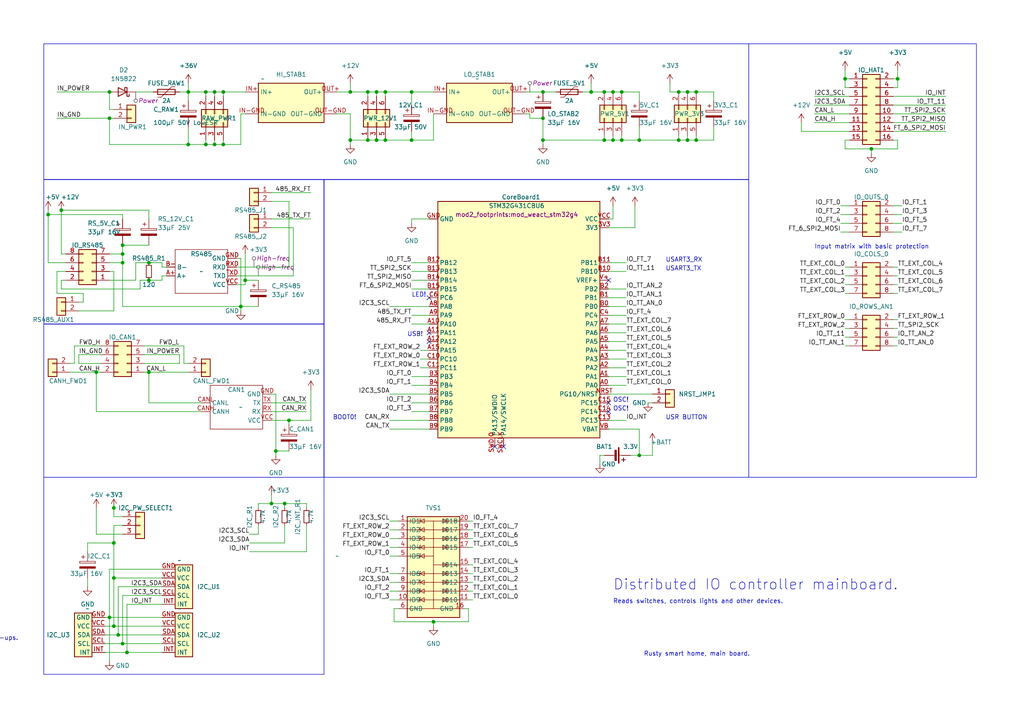
<source format=kicad_sch>
(kicad_sch (version 20231120) (generator "eeschema") (generator_version "8.0")
  (paper "A4")
  (junction (at 78.74 146.05))
  (junction (at 83.82 121.92))
  (junction (at 245.11 22.86))
  (junction (at 177.8 40.64))
  (junction (at 33.02 157.48))
  (junction (at 34.29 184.15))
  (junction (at 33.02 147.32))
  (junction (at 199.39 26.67))
  (junction (at 201.93 40.64))
  (junction (at 180.34 26.67))
  (junction (at 43.18 76.2))
  (junction (at 17.78 60.96))
  (junction (at 35.56 76.2))
  (junction (at 80.01 130.81))
  (junction (at 119.38 40.64))
  (junction (at 43.18 107.95))
  (junction (at 252.73 43.18))
  (junction (at 157.48 34.29))
  (junction (at 59.69 41.91))
  (junction (at 33.02 181.61))
  (junction (at 35.56 71.12))
  (junction (at 111.76 40.64))
  (junction (at 175.26 26.67))
  (junction (at 171.45 26.67))
  (junction (at 199.39 40.64))
  (junction (at 109.22 26.67))
  (junction (at 36.83 189.23))
  (junction (at 196.85 40.64))
  (junction (at 35.56 73.66))
  (junction (at 64.77 26.67))
  (junction (at 111.76 26.67))
  (junction (at 13.97 62.23))
  (junction (at 125.73 180.34))
  (junction (at 175.26 40.64))
  (junction (at 54.61 26.67))
  (junction (at 106.68 26.67))
  (junction (at 27.94 107.95))
  (junction (at 177.8 26.67))
  (junction (at 101.6 26.67))
  (junction (at 71.12 81.28))
  (junction (at 82.55 146.05))
  (junction (at 157.48 40.64))
  (junction (at 69.85 88.9))
  (junction (at 31.75 34.29))
  (junction (at 106.68 40.64))
  (junction (at 196.85 26.67))
  (junction (at 157.48 26.67))
  (junction (at 31.75 179.07))
  (junction (at 180.34 40.64))
  (junction (at 43.18 81.28))
  (junction (at 260.35 22.86))
  (junction (at 185.42 132.08))
  (junction (at 101.6 40.64))
  (junction (at 54.61 41.91))
  (junction (at 31.75 26.67))
  (junction (at 185.42 40.64))
  (junction (at 64.77 41.91))
  (junction (at 59.69 26.67))
  (junction (at 109.22 40.64))
  (junction (at 201.93 26.67))
  (junction (at 33.02 167.64))
  (junction (at 62.23 41.91))
  (junction (at 62.23 26.67))
  (junction (at 35.56 186.69))
  (junction (at 119.38 26.67))
  (no_connect (at 176.53 116.84))
  (no_connect (at 124.46 86.36))
  (no_connect (at 143.51 129.54))
  (no_connect (at 176.53 119.38))
  (no_connect (at 124.46 96.52))
  (no_connect (at 124.46 99.06))
  (no_connect (at 146.05 129.54))
  (no_connect (at 176.53 81.28))
  (no_connect (at 93.98 -22.86))
  (wire (pts (xy 259.08 40.64) (xy 260.35 40.64)))
  (wire (pts (xy 245.11 100.33) (xy 246.38 100.33)))
  (wire (pts (xy 176.53 93.98) (xy 181.61 93.98)))
  (wire (pts (xy 260.35 22.86) (xy 259.08 22.86)))
  (wire (pts (xy 17.78 60.96) (xy 17.78 73.66)))
  (wire (pts (xy 13.97 60.96) (xy 13.97 62.23)))
  (wire (pts (xy 113.03 171.45) (xy 115.57 171.45)))
  (wire (pts (xy 22.86 102.87) (xy 29.21 102.87)))
  (wire (pts (xy 259.08 100.33) (xy 260.35 100.33)))
  (wire (pts (xy 259.08 35.56) (xy 274.32 35.56)))
  (wire (pts (xy 54.61 26.67) (xy 59.69 26.67)))
  (wire (pts (xy 16.51 34.29) (xy 31.75 34.29)))
  (wire (pts (xy 35.56 152.4) (xy 33.02 152.4)))
  (wire (pts (xy 199.39 40.64) (xy 199.39 39.37)))
  (wire (pts (xy 182.88 132.08) (xy 185.42 132.08)))
  (wire (pts (xy 176.53 104.14) (xy 181.61 104.14)))
  (wire (pts (xy 157.48 41.91) (xy 157.48 40.64)))
  (wire (pts (xy 39.37 76.2) (xy 43.18 76.2)))
  (wire (pts (xy 119.38 30.48) (xy 119.38 26.67)))
  (wire (pts (xy 137.16 168.91) (xy 135.89 168.91)))
  (wire (pts (xy 113.03 114.3) (xy 124.46 114.3)))
  (wire (pts (xy 80.01 114.3) (xy 80.01 130.81)))
  (wire (pts (xy 80.01 130.81) (xy 83.82 130.81)))
  (wire (pts (xy 35.56 88.9) (xy 69.85 88.9)))
  (wire (pts (xy 33.02 34.29) (xy 31.75 34.29)))
  (wire (pts (xy 184.15 59.69) (xy 184.15 66.04)))
  (wire (pts (xy 113.03 153.67) (xy 115.57 153.67)))
  (wire (pts (xy 27.94 147.32) (xy 27.94 154.94)))
  (wire (pts (xy 17.78 83.82) (xy 17.78 81.28)))
  (wire (pts (xy 245.11 20.32) (xy 245.11 22.86)))
  (wire (pts (xy 54.61 105.41) (xy 53.34 105.41)))
  (wire (pts (xy 40.64 81.28) (xy 43.18 81.28)))
  (wire (pts (xy 260.35 43.18) (xy 252.73 43.18)))
  (wire (pts (xy 88.9 152.4) (xy 88.9 160.02)))
  (wire (pts (xy 13.97 62.23) (xy 35.56 62.23)))
  (wire (pts (xy 232.41 38.1) (xy 246.38 38.1)))
  (wire (pts (xy 27.94 119.38) (xy 58.42 119.38)))
  (wire (pts (xy 119.38 26.67) (xy 111.76 26.67)))
  (wire (pts (xy 125.73 33.02) (xy 125.73 40.64)))
  (wire (pts (xy 176.53 83.82) (xy 181.61 83.82)))
  (wire (pts (xy 78.74 66.04) (xy 85.09 66.04)))
  (wire (pts (xy 109.22 40.64) (xy 111.76 40.64)))
  (wire (pts (xy 176.53 99.06) (xy 181.61 99.06)))
  (wire (pts (xy 54.61 26.67) (xy 54.61 29.21)))
  (wire (pts (xy 246.38 40.64) (xy 245.11 40.64)))
  (wire (pts (xy 31.75 165.1) (xy 31.75 179.07)))
  (wire (pts (xy 176.53 111.76) (xy 181.61 111.76)))
  (wire (pts (xy 69.85 74.93) (xy 69.85 88.9)))
  (wire (pts (xy 246.38 77.47) (xy 245.11 77.47)))
  (wire (pts (xy 180.34 26.67) (xy 185.42 26.67)))
  (wire (pts (xy 62.23 40.64) (xy 62.23 41.91)))
  (wire (pts (xy 40.64 83.82) (xy 17.78 83.82)))
  (wire (pts (xy 259.08 64.77) (xy 261.62 64.77)))
  (wire (pts (xy 185.42 40.64) (xy 185.42 36.83)))
  (wire (pts (xy 43.18 81.28) (xy 46.99 81.28)))
  (wire (pts (xy 31.75 179.07) (xy 46.99 179.07)))
  (wire (pts (xy 177.8 63.5) (xy 176.53 63.5)))
  (wire (pts (xy 260.35 40.64) (xy 260.35 43.18)))
  (wire (pts (xy 157.48 40.64) (xy 157.48 34.29)))
  (wire (pts (xy 82.55 146.05) (xy 78.74 146.05)))
  (wire (pts (xy 113.03 151.13) (xy 115.57 151.13)))
  (wire (pts (xy 78.74 119.38) (xy 88.9 119.38)))
  (wire (pts (xy 236.22 27.94) (xy 246.38 27.94)))
  (wire (pts (xy 245.11 43.18) (xy 252.73 43.18)))
  (wire (pts (xy 176.53 91.44) (xy 181.61 91.44)))
  (wire (pts (xy 59.69 40.64) (xy 59.69 41.91)))
  (wire (pts (xy 201.93 40.64) (xy 201.93 39.37)))
  (wire (pts (xy 69.85 88.9) (xy 74.93 88.9)))
  (wire (pts (xy 189.23 132.08) (xy 189.23 128.27)))
  (wire (pts (xy 54.61 36.83) (xy 54.61 41.91)))
  (wire (pts (xy 33.02 167.64) (xy 46.99 167.64)))
  (wire (pts (xy 33.02 147.32) (xy 33.02 149.86)))
  (wire (pts (xy 21.59 105.41) (xy 20.32 105.41)))
  (wire (pts (xy 176.53 101.6) (xy 181.61 101.6)))
  (wire (pts (xy 246.38 25.4) (xy 245.11 25.4)))
  (wire (pts (xy 62.23 41.91) (xy 59.69 41.91)))
  (wire (pts (xy 176.53 114.3) (xy 189.23 114.3)))
  (wire (pts (xy 78.74 55.88) (xy 90.17 55.88)))
  (wire (pts (xy 82.55 157.48) (xy 72.39 157.48)))
  (wire (pts (xy 31.75 26.67) (xy 31.75 31.75)))
  (wire (pts (xy 30.48 184.15) (xy 34.29 184.15)))
  (wire (pts (xy 78.74 121.92) (xy 83.82 121.92)))
  (wire (pts (xy 19.05 78.74) (xy 16.51 78.74)))
  (wire (pts (xy 74.93 147.32) (xy 74.93 146.05)))
  (wire (pts (xy 101.6 26.67) (xy 106.68 26.67)))
  (wire (pts (xy 35.56 71.12) (xy 43.18 71.12)))
  (wire (pts (xy 137.16 163.83) (xy 135.89 163.83)))
  (wire (pts (xy 53.34 100.33) (xy 53.34 105.41)))
  (wire (pts (xy 72.39 160.02) (xy 88.9 160.02)))
  (wire (pts (xy 83.82 121.92) (xy 83.82 123.19)))
  (wire (pts (xy 194.31 24.13) (xy 194.31 26.67)))
  (wire (pts (xy 177.8 26.67) (xy 180.34 26.67)))
  (wire (pts (xy 83.82 121.92) (xy 90.17 121.92)))
  (wire (pts (xy 114.3 180.34) (xy 125.73 180.34)))
  (wire (pts (xy 135.89 153.67) (xy 137.16 153.67)))
  (wire (pts (xy 30.48 186.69) (xy 35.56 186.69)))
  (wire (pts (xy 74.93 146.05) (xy 78.74 146.05)))
  (wire (pts (xy 236.22 35.56) (xy 246.38 35.56)))
  (wire (pts (xy 113.03 173.99) (xy 115.57 173.99)))
  (wire (pts (xy 46.99 81.28) (xy 46.99 80.01)))
  (wire (pts (xy 259.08 82.55) (xy 260.35 82.55)))
  (wire (pts (xy 31.75 179.07) (xy 31.75 191.77)))
  (wire (pts (xy 82.55 152.4) (xy 82.55 157.48)))
  (wire (pts (xy 59.69 26.67) (xy 59.69 27.94)))
  (wire (pts (xy 119.38 63.5) (xy 119.38 64.77)))
  (wire (pts (xy 24.13 85.09) (xy 24.13 87.63)))
  (wire (pts (xy 21.59 100.33) (xy 29.21 100.33)))
  (wire (pts (xy 185.42 132.08) (xy 189.23 132.08)))
  (wire (pts (xy 153.67 34.29) (xy 153.67 33.02)))
  (wire (pts (xy 184.15 66.04) (xy 176.53 66.04)))
  (wire (pts (xy 17.78 81.28) (xy 19.05 81.28)))
  (wire (pts (xy 259.08 85.09) (xy 260.35 85.09)))
  (wire (pts (xy 245.11 92.71) (xy 246.38 92.71)))
  (wire (pts (xy 97.79 26.67) (xy 101.6 26.67)))
  (wire (pts (xy 35.56 73.66) (xy 35.56 76.2)))
  (wire (pts (xy 121.92 104.14) (xy 124.46 104.14)))
  (wire (pts (xy 137.16 173.99) (xy 135.89 173.99)))
  (wire (pts (xy 31.75 73.66) (xy 35.56 73.66)))
  (wire (pts (xy 245.11 25.4) (xy 245.11 22.86)))
  (wire (pts (xy 207.01 40.64) (xy 207.01 36.83)))
  (wire (pts (xy 119.38 40.64) (xy 125.73 40.64)))
  (wire (pts (xy 39.37 26.67) (xy 44.45 26.67)))
  (wire (pts (xy 243.84 67.31) (xy 246.38 67.31)))
  (wire (pts (xy 260.35 22.86) (xy 260.35 20.32)))
  (wire (pts (xy 119.38 76.2) (xy 124.46 76.2)))
  (wire (pts (xy 177.8 40.64) (xy 177.8 39.37)))
  (wire (pts (xy 259.08 33.02) (xy 274.32 33.02)))
  (wire (pts (xy 113.03 124.46) (xy 124.46 124.46)))
  (wire (pts (xy 36.83 175.26) (xy 46.99 175.26)))
  (wire (pts (xy 78.74 63.5) (xy 90.17 63.5)))
  (wire (pts (xy 33.02 78.74) (xy 33.02 90.17)))
  (wire (pts (xy 52.07 102.87) (xy 41.91 102.87)))
  (wire (pts (xy 43.18 107.95) (xy 54.61 107.95)))
  (wire (pts (xy 245.11 97.79) (xy 246.38 97.79)))
  (wire (pts (xy 259.08 38.1) (xy 274.32 38.1)))
  (wire (pts (xy 16.51 26.67) (xy 31.75 26.67)))
  (wire (pts (xy 53.34 100.33) (xy 41.91 100.33)))
  (wire (pts (xy 35.56 71.12) (xy 35.56 73.66)))
  (wire (pts (xy 46.99 165.1) (xy 31.75 165.1)))
  (wire (pts (xy 119.38 109.22) (xy 124.46 109.22)))
  (wire (pts (xy 115.57 176.53) (xy 114.3 176.53)))
  (wire (pts (xy 243.84 59.69) (xy 246.38 59.69)))
  (wire (pts (xy 176.53 121.92) (xy 181.61 121.92)))
  (wire (pts (xy 31.75 81.28) (xy 39.37 81.28)))
  (wire (pts (xy 113.03 161.29) (xy 115.57 161.29)))
  (wire (pts (xy 119.38 83.82) (xy 124.46 83.82)))
  (wire (pts (xy 152.4 33.02) (xy 153.67 33.02)))
  (wire (pts (xy 113.03 168.91) (xy 115.57 168.91)))
  (wire (pts (xy 78.74 143.51) (xy 78.74 146.05)))
  (wire (pts (xy 168.91 26.67) (xy 171.45 26.67)))
  (wire (pts (xy 259.08 25.4) (xy 260.35 25.4)))
  (wire (pts (xy 189.23 116.84) (xy 187.96 116.84)))
  (wire (pts (xy 175.26 40.64) (xy 175.26 39.37)))
  (wire (pts (xy 177.8 40.64) (xy 180.34 40.64)))
  (wire (pts (xy 259.08 30.48) (xy 274.32 30.48)))
  (wire (pts (xy 125.73 181.61) (xy 125.73 180.34)))
  (wire (pts (xy 124.46 63.5) (xy 119.38 63.5)))
  (wire (pts (xy 68.58 74.93) (xy 69.85 74.93)))
  (wire (pts (xy 64.77 41.91) (xy 69.85 41.91)))
  (wire (pts (xy 46.99 77.47) (xy 46.99 76.2)))
  (wire (pts (xy 106.68 26.67) (xy 106.68 27.94)))
  (wire (pts (xy 135.89 180.34) (xy 135.89 176.53)))
  (wire (pts (xy 71.12 33.02) (xy 69.85 33.02)))
  (wire (pts (xy 259.08 59.69) (xy 261.62 59.69)))
  (wire (pts (xy 30.48 179.07) (xy 31.75 179.07)))
  (wire (pts (xy 199.39 40.64) (xy 201.93 40.64)))
  (wire (pts (xy 175.26 40.64) (xy 177.8 40.64)))
  (wire (pts (xy 114.3 176.53) (xy 114.3 180.34)))
  (wire (pts (xy 246.38 82.55) (xy 245.11 82.55)))
  (wire (pts (xy 196.85 26.67) (xy 199.39 26.67)))
  (wire (pts (xy 175.26 26.67) (xy 177.8 26.67)))
  (wire (pts (xy 106.68 40.64) (xy 109.22 40.64)))
  (wire (pts (xy 236.22 30.48) (xy 246.38 30.48)))
  (wire (pts (xy 245.11 40.64) (xy 245.11 43.18)))
  (wire (pts (xy 20.32 107.95) (xy 27.94 107.95)))
  (wire (pts (xy 113.03 88.9) (xy 124.46 88.9)))
  (wire (pts (xy 171.45 26.67) (xy 171.45 24.13)))
  (wire (pts (xy 121.92 101.6) (xy 124.46 101.6)))
  (wire (pts (xy 16.51 78.74) (xy 16.51 85.09)))
  (wire (pts (xy 62.23 26.67) (xy 64.77 26.67)))
  (wire (pts (xy 177.8 59.69) (xy 177.8 63.5)))
  (wire (pts (xy 119.38 116.84) (xy 124.46 116.84)))
  (wire (pts (xy 54.61 24.13) (xy 54.61 26.67)))
  (wire (pts (xy 64.77 26.67) (xy 71.12 26.67)))
  (wire (pts (xy 59.69 26.67) (xy 62.23 26.67)))
  (wire (pts (xy 109.22 27.94) (xy 109.22 26.67)))
  (wire (pts (xy 43.18 116.84) (xy 58.42 116.84)))
  (wire (pts (xy 54.61 41.91) (xy 59.69 41.91)))
  (wire (pts (xy 201.93 40.64) (xy 207.01 40.64)))
  (wire (pts (xy 113.03 156.21) (xy 115.57 156.21)))
  (wire (pts (xy 27.94 107.95) (xy 27.94 119.38)))
  (wire (pts (xy 207.01 26.67) (xy 207.01 29.21)))
  (wire (pts (xy 30.48 189.23) (xy 36.83 189.23)))
  (wire (pts (xy 176.53 76.2) (xy 181.61 76.2)))
  (wire (pts (xy 43.18 107.95) (xy 41.91 107.95)))
  (wire (pts (xy 71.12 82.55) (xy 71.12 81.28)))
  (wire (pts (xy 157.48 26.67) (xy 161.29 26.67)))
  (wire (pts (xy 52.07 105.41) (xy 52.07 102.87)))
  (wire (pts (xy 245.11 95.25) (xy 246.38 95.25)))
  (wire (pts (xy 252.73 43.18) (xy 252.73 44.45)))
  (wire (pts (xy 101.6 33.02) (xy 101.6 40.64)))
  (wire (pts (xy 17.78 73.66) (xy 19.05 73.66)))
  (wire (pts (xy 25.4 157.48) (xy 25.4 160.02)))
  (wire (pts (xy 173.99 132.08) (xy 173.99 134.62)))
  (wire (pts (xy 27.94 154.94) (xy 35.56 154.94)))
  (wire (pts (xy 135.89 176.53) (xy 134.62 176.53)))
  (wire (pts (xy 33.02 149.86) (xy 35.56 149.86)))
  (wire (pts (xy 21.59 105.41) (xy 21.59 100.33)))
  (wire (pts (xy 201.93 26.67) (xy 207.01 26.67)))
  (wire (pts (xy 43.18 116.84) (xy 43.18 107.95)))
  (wire (pts (xy 152.4 26.67) (xy 157.48 26.67)))
  (wire (pts (xy 35.56 172.72) (xy 46.99 172.72)))
  (wire (pts (xy 31.75 78.74) (xy 33.02 78.74)))
  (wire (pts (xy 232.41 35.56) (xy 232.41 38.1)))
  (wire (pts (xy 176.53 86.36) (xy 181.61 86.36)))
  (wire (pts (xy 13.97 76.2) (xy 19.05 76.2)))
  (wire (pts (xy 236.22 33.02) (xy 246.38 33.02)))
  (wire (pts (xy 39.37 81.28) (xy 39.37 76.2)))
  (wire (pts (xy 31.75 41.91) (xy 54.61 41.91)))
  (wire (pts (xy 34.29 170.18) (xy 34.29 184.15)))
  (wire (pts (xy 157.48 40.64) (xy 175.26 40.64)))
  (wire (pts (xy 260.35 25.4) (xy 260.35 22.86)))
  (wire (pts (xy 180.34 40.64) (xy 180.34 39.37)))
  (wire (pts (xy 196.85 40.64) (xy 199.39 40.64)))
  (wire (pts (xy 35.56 186.69) (xy 46.99 186.69)))
  (wire (pts (xy 25.4 170.18) (xy 25.4 167.64)))
  (wire (pts (xy 52.07 26.67) (xy 54.61 26.67)))
  (wire (pts (xy 101.6 24.13) (xy 101.6 26.67)))
  (wire (pts (xy 22.86 105.41) (xy 22.86 102.87)))
  (wire (pts (xy 194.31 26.67) (xy 196.85 26.67)))
  (wire (pts (xy 135.89 156.21) (xy 137.16 156.21)))
  (wire (pts (xy 74.93 154.94) (xy 74.93 152.4)))
  (wire (pts (xy 64.77 26.67) (xy 64.77 27.94)))
  (wire (pts (xy 113.03 166.37) (xy 115.57 166.37)))
  (wire (pts (xy 13.97 62.23) (xy 13.97 76.2)))
  (wire (pts (xy 30.48 181.61) (xy 33.02 181.61)))
  (wire (pts (xy 68.58 80.01) (xy 85.09 80.01)))
  (wire (pts (xy 196.85 40.64) (xy 196.85 39.37)))
  (wire (pts (xy 88.9 147.32) (xy 88.9 146.05)))
  (wire (pts (xy 119.38 78.74) (xy 124.46 78.74)))
  (wire (pts (xy 82.55 147.32) (xy 82.55 146.05)))
  (wire (pts (xy 43.18 76.2) (xy 46.99 76.2)))
  (wire (pts (xy 176.53 88.9) (xy 181.61 88.9)))
  (wire (pts (xy 199.39 26.67) (xy 201.93 26.67)))
  (wire (pts (xy 31.75 34.29) (xy 31.75 41.91)))
  (wire (pts (xy 176.53 106.68) (xy 181.61 106.68)))
  (wire (pts (xy 33.02 181.61) (xy 46.99 181.61)))
  (wire (pts (xy 119.38 26.67) (xy 125.73 26.67)))
  (wire (pts (xy 90.17 113.03) (xy 90.17 121.92)))
  (wire (pts (xy 78.74 114.3) (xy 80.01 114.3)))
  (wire (pts (xy 185.42 124.46) (xy 185.42 132.08)))
  (wire (pts (xy 34.29 170.18) (xy 46.99 170.18)))
  (wire (pts (xy 35.56 76.2) (xy 35.56 88.9)))
  (wire (pts (xy 71.12 81.28) (xy 71.12 73.66)))
  (wire (pts (xy 137.16 166.37) (xy 135.89 166.37)))
  (wire (pts (xy 243.84 64.77) (xy 246.38 64.77)))
  (wire (pts (xy 29.21 105.41) (xy 22.86 105.41)))
  (wire (pts (xy 22.86 90.17) (xy 33.02 90.17)))
  (wire (pts (xy 64.77 41.91) (xy 62.23 41.91)))
  (wire (pts (xy 16.51 85.09) (xy 24.13 85.09)))
  (wire (pts (xy 62.23 26.67) (xy 62.23 27.94)))
  (wire (pts (xy 33.02 152.4) (xy 33.02 157.48)))
  (wire (pts (xy 119.38 93.98) (xy 124.46 93.98)))
  (wire (pts (xy 243.84 62.23) (xy 246.38 62.23)))
  (wire (pts (xy 175.26 132.08) (xy 173.99 132.08)))
  (wire (pts (xy 119.38 119.38) (xy 124.46 119.38)))
  (wire (pts (xy 43.18 63.5) (xy 43.18 60.96)))
  (wire (pts (xy 111.76 27.94) (xy 111.76 26.67)))
  (wire (pts (xy 109.22 26.67) (xy 106.68 26.67)))
  (wire (pts (xy 36.83 189.23) (xy 46.99 189.23)))
  (wire (pts (xy 69.85 33.02) (xy 69.85 41.91)))
  (wire (pts (xy 259.08 80.01) (xy 260.35 80.01)))
  (wire (pts (xy 25.4 157.48) (xy 33.02 157.48)))
  (wire (pts (xy 259.08 77.47) (xy 260.35 77.47)))
  (wire (pts (xy 101.6 41.91) (xy 101.6 40.64)))
  (wire (pts (xy 176.53 124.46) (xy 185.42 124.46)))
  (wire (pts (xy 111.76 40.64) (xy 119.38 40.64)))
  (wire (pts (xy 113.03 158.75) (xy 115.57 158.75)))
  (wire (pts (xy 259.08 92.71) (xy 260.35 92.71)))
  (wire (pts (xy 259.08 27.94) (xy 274.32 27.94)))
  (wire (pts (xy 31.75 31.75) (xy 33.02 31.75)))
  (wire (pts (xy 245.11 22.86) (xy 246.38 22.86)))
  (wire (pts (xy 113.03 121.92) (xy 124.46 121.92)))
  (wire (pts (xy 135.89 158.75) (xy 137.16 158.75)))
  (wire (pts (xy 246.38 85.09) (xy 245.11 85.09)))
  (wire (pts (xy 33.02 157.48) (xy 33.02 167.64)))
  (wire (pts (xy 36.83 189.23) (xy 36.83 175.26)))
  (wire (pts (xy 119.38 91.44) (xy 124.46 91.44)))
  (wire (pts (xy 33.02 146.05) (xy 33.02 147.32)))
  (wire (pts (xy 80.01 130.81) (xy 80.01 132.08)))
  (wire (pts (xy 33.02 167.64) (xy 33.02 181.61)))
  (wire (pts (xy 35.56 63.5) (xy 35.56 62.23)))
  (wire (pts (xy 109.22 26.67) (xy 111.76 26.67)))
  (wire (pts (xy 259.08 62.23) (xy 261.62 62.23)))
  (wire (pts (xy 119.38 111.76) (xy 124.46 111.76)))
  (wire (pts (xy 176.53 96.52) (xy 181.61 96.52)))
  (wire (pts (xy 137.16 171.45) (xy 135.89 171.45)))
  (wire (pts (xy 41.91 105.41) (xy 52.07 105.41)))
  (wire (pts (xy 171.45 26.67) (xy 175.26 26.67)))
  (wire (pts (xy 101.6 40.64) (xy 106.68 40.64)))
  (wire (pts (xy 69.85 88.9) (xy 69.85 90.17)))
  (wire (pts (xy 35.56 172.72) (xy 35.56 186.69)))
  (wire (pts (xy 24.13 87.63) (xy 22.86 87.63)))
  (wire (pts (xy 85.09 66.04) (xy 85.09 80.01)))
  (wire (pts (xy 68.58 82.55) (xy 71.12 82.55)))
  (wire (pts (xy 64.77 40.64) (xy 64.77 41.91)))
  (wire (pts (xy 259.08 95.25) (xy 260.35 95.25)))
  (wire (pts (xy 135.89 151.13) (xy 137.16 151.13)))
  (wire (pts (xy 259.08 97.79) (xy 260.35 97.79)))
  (wire (pts (xy 180.34 40.64) (xy 185.42 40.64)))
  (wire (pts (xy 97.79 33.02) (xy 101.6 33.02)))
  (wire (pts (xy 176.53 78.74) (xy 181.61 78.74)))
  (wire (pts (xy 121.92 106.68) (xy 124.46 106.68)))
  (wire (pts (xy 261.62 67.31) (xy 259.08 67.31)))
  (wire (pts (xy 46.99 80.01) (xy 48.26 80.01)))
  (wire (pts (xy 82.55 146.05) (xy 88.9 146.05)))
  (wire (pts (xy 27.94 107.95) (xy 29.21 107.95)))
  (wire (pts (xy 43.18 60.96) (xy 17.78 60.96)))
  (wire (pts (xy 74.93 154.94) (xy 72.39 154.94)))
  (wire (pts (xy 40.64 81.28) (xy 40.64 83.82)))
  (wire (pts (xy 185.42 26.67) (xy 185.42 29.21)))
  (wire (pts (xy 176.53 109.22) (xy 181.61 109.22)))
  (wire (pts (xy 78.74 58.42) (xy 83.82 58.42)))
  (wire (pts (xy 34.29 184.15) (xy 46.99 184.15)))
  (wire (pts (xy 157.48 34.29) (xy 153.67 34.29)))
  (wire (pts (xy 71.12 81.28) (xy 74.93 81.28)))
  (wire (pts (xy 83.82 58.42) (xy 83.82 77.47)))
  (wire (pts (xy 78.74 116.84) (xy 88.9 116.84)))
  (wire (pts (xy 185.42 40.64) (xy 196.85 40.64)))
  (wire (pts (xy 125.73 180.34) (xy 135.89 180.34)))
  (wire (pts (xy 68.58 77.47) (xy 83.82 77.47)))
  (wire (pts (xy 48.26 77.47) (xy 46.99 77.47)))
  (wire (pts (xy 31.75 76.2) (xy 35.56 76.2)))
  (wire (pts (xy 119.38 81.28) (xy 124.46 81.28)))
  (wire (pts (xy 246.38 80.01) (xy 245.11 80.01)))
  (wire (pts (xy 119.38 38.1) (xy 119.38 40.64)))
  (rectangle (start 12.7 52.07) (end 93.98 93.98))
  (rectangle (start 12.7 93.98) (end 93.98 138.43))
  (rectangle (start 93.98 52.07) (end 217.17 138.43))
  (rectangle (start 217.17 12.7) (end 283.21 138.43))
  (rectangle (start 12.7 138.43) (end 93.98 195.58))
  (rectangle (start 12.7 12.7) (end 217.17 52.07))
  (text "USR BUTTON" (at 193.04 121.92 0) (effects (font (size 1.27 1.27)) (justify left bottom)))
  (text "Rusty smart home, main board." (at 186.69 190.5 0) (effects (font (size 1.27 1.27)) (justify left bottom)))
  (text "PCF8575 expander \"modules\":\n- Might have 3.3V stabilizer onboard which is not required; \n  PCF can handle 6.5V absolute.\n- Have pull-ups for SDA/SCL for VCC which is NOT required and problematic.\n- Can handle VCC+0.5V input voltage max so 3.8V with stab. \n- Can't safely drive 5V \"low level trigger\" devices.\n\nI suggest shorting the onboard 3.3V stab to get 5V PCF and removing/shorting the sda/scl pull-ups.\nOr getting much dumber (and better) module." (at -95.25 187.96 0) (effects (font (size 1.27 1.27)) (justify left bottom)))
  (text "BOOT0!" (at 96.52 121.92 0) (effects (font (size 1.27 1.27)) (justify left bottom)))
  (text "LED!" (at 119.38 86.36 0) (effects (font (size 1.27 1.27)) (justify left bottom)))
  (text "- CAN / RS485 cables on board suggest pair-by-pair setting - not T-568B. \n  This will distinguish cables too. But both approaches can work.\n- Suggested layout: \n  Full-color for ground (on IO_CAN), \n  Pair order: orange, green, blue, brown.\n  IO-CAN Socket and RJ45 connector therefore:\n  w-o o, w-g g, w-bl bl, w-br br (1 2, 3 4, 5 6, 7 8).\n  That keeps CAN as orange pair, forwarded as brown pair. Main power on blue and green.\n  RS485 suggested to match: rs485 on orange, AUX on brown. Blue 5V, Green 12V. \n  Board v2 could have a correction here to match the layout.  \n\n  T568B mapping onto CAN plug mapping:\n  T568B|CAN\n  w-o   w-o     1 CAN_L\n  o      o      2 CAN_H\n  w-g   w-g     3 IN POWER, 24V\n  bl     g      4 IN POWER, GND (swap!)\n  w-bl  w-bl    5 IN POWER, 24V\n  g      bl     6 IN POWER, GND (swap!)\n  w-br  w-br    7 CAN_L FORWARD\n  br     br     8 CAN_H FORWARD\n\n- Board could be powered by USB (weact board has a vbus->vcc diode). \n  Also connecting USB while board is powered externally should not break anything.\n- Keep empty space over the screws to allow for a HAT or another layer.\n  50x100 fits the SSR relay board too.\n- CAN Forwarding jumpers allow to construct a linear bus in situations where \n  there's otherwise a big stub." (at -143.764 72.39 0) (effects (font (size 2 2)) (justify left bottom)))
  (text "Reads switches, controls lights and other devices." (at 177.8 175.26 0) (effects (font (size 1.27 1.27)) (justify left bottom)))
  (text "USB!" (at 118.11 97.79 0) (effects (font (size 1.27 1.27)) (justify left bottom)))
  (text "Power considerations:\n- 2A/5V waveshare -> 10W probably less.\n- relay array from ali: SRD-12VDC-SL-C x 8; 30mA single -> 0.24A @ 12V -> 2.88W\n- Rest of board: 0.5A @ 5V more less -> 2.5W\n- 10W control + 5W board & losses -> 15W\n- 15W -> 0.5A @30V, 0.65A @24V, 1.25A @12V, 3A @5V\n- 30m cable (top), cat6 24 awg, 84ohms/km -> 2.52 ohms -> 5.1 ohms for both cables.\n- Voltage drop = 2.55V @30V, 3.32V @24V, 6.37V @12V, 15V @5V... " (at -140.716 104.902 0) (effects (font (size 1.27 1.27)) (justify left bottom)))
  (text "Board v1 ideas, maybe?\n- Add a pin in another axis in i2c connector for stabilization. Say - duplicated GND/VCC." (at -95.25 198.12 0) (effects (font (size 1.27 1.27)) (justify left bottom)))
  (text "CAN uses PB8 that is also BOOT0. You need to select nBOOT_SEL to free \nthe GPIO, otherwise the board won't boot.\n" (at -140.716 84.582 0) (effects (font (size 1.27 1.27)) (justify left bottom)))
  (text "Board v1 errors, to be corrected:\n- EVDS footprint doesn't match my device.\n- Battery is smaller and can be shifted right.\n- Can CAP can be outside.\n- some labels can be moved a bit away for eligibility\n- CAPs don't have GND marked.\n- Mark ground on power pins\n- holes of CPU could be larger\n- HI_STAB footprint could use double pinheader. Single is wobbly \n  (and impossible to buy, one has to cut it)\n- Increase IO separation to be able to use plastic covered connectors.\n- Bigger holes for fuses.\n- IO_RS485 could be more similar to IO_CAN (ground side, order of AUX)\n- WeAct stm32g4 board has Vb diodes in schema, but probably not on a real board (!). Add diode?\n  Vbus seems protected ok.\n- USB-C connector doesn't fit with rs485 " (at -140.716 153.162 0) (effects (font (size 1.27 1.27)) (justify left bottom)))
  (text "OSC!" (at 177.8 116.84 0) (effects (font (size 1.27 1.27)) (justify left bottom)))
  (text "OSC!" (at 177.8 119.38 0) (effects (font (size 1.27 1.27)) (justify left bottom)))
  (text "Distributed IO controller mainboard." (at 177.8 171.45 0) (effects (font (size 3 3)) (justify left bottom)))
  (text "Design notes:\n- Internal pull-ups/downs are around 40kOhm which can get noisy on a long line.\n- FT - 5V-Tolerant; TT - 3.3V-tolerant." (at -140.716 115.062 0) (effects (font (size 1.27 1.27)) (justify left bottom)))
  (text "Input matrix with basic protection" (at 236.22 72.39 0) (effects (font (size 1.27 1.27)) (justify left bottom)))
  (text "USART3_RX" (at 193.04 76.2 0) (effects (font (size 1.27 1.27)) (justify left bottom)))
  (text "USART3_TX" (at 193.04 78.74 0) (effects (font (size 1.27 1.27)) (justify left bottom)))
  (label "IN_POWER" (at 16.51 26.67 0))
  (label "TT_EXT_COL_3" (at 245.11 85.09 180))
  (label "TT_SPI2_MISO" (at 274.32 35.56 180))
  (label "I2C3_SDA" (at 236.22 30.48 0))
  (label "TT_EXT_COL_6" (at 260.35 82.55 0))
  (label "IO_TT_AN_2" (at 260.35 97.79 0))
  (label "FT_EXT_ROW_0" (at 121.92 104.14 180))
  (label "FT_EXT_ROW_1" (at 121.92 106.68 180))
  (label "TT_EXT_COL_5" (at 260.35 80.01 0))
  (label "IO_TT_AN_0" (at 181.61 88.9 0))
  (label "TT_EXT_COL_2" (at 245.11 82.55 180))
  (label "TT_SPI2_SCK" (at 260.35 95.25 0))
  (label "TT_EXT_COL_5" (at 137.16 158.75 0))
  (label "FT_6_SPI2_MOSI" (at 119.38 83.82 180))
  (label "485_TX_FT" (at 119.38 91.44 180))
  (label "IO_TT_11" (at 274.32 30.48 180))
  (label "TT_EXT_COL_1" (at 245.11 80.01 180))
  (label "FT_EXT_ROW_1" (at 260.35 92.71 0))
  (label "TT_EXT_COL_2" (at 137.16 168.91 0))
  (label "IO_FT_5" (at 119.38 76.2 180))
  (label "IO_FT_0" (at 119.38 109.22 180))
  (label "TT_SPI2_SCK" (at 119.38 78.74 180))
  (label "TT_EXT_COL_4" (at 260.35 77.47 0))
  (label "FT_EXT_ROW_0" (at 113.03 156.21 180))
  (label "CAN_TX" (at 88.9 116.84 180))
  (label "IO_INT" (at 274.32 27.94 180))
  (label "FWD_H" (at 22.86 100.33 0))
  (label "CAN_H" (at 22.86 107.95 0))
  (label "IO_FT_1" (at 261.62 59.69 0))
  (label "FWD_L" (at 52.07 100.33 180))
  (label "IO_FT_7" (at 261.62 67.31 0))
  (label "IO_FT_3" (at 261.62 62.23 0))
  (label "IO_TT_AN_1" (at 245.11 100.33 180))
  (label "IO_FT_1" (at 113.03 166.37 180))
  (label "IO_FT_7" (at 181.61 76.2 0))
  (label "TT_EXT_COL_4" (at 137.16 163.83 0))
  (label "FT_EXT_ROW_0" (at 245.11 92.71 180))
  (label "TT_EXT_COL_1" (at 137.16 171.45 0))
  (label "I2C3_SCL" (at 113.03 151.13 180))
  (label "FT_6_SPI2_MOSI" (at 243.84 67.31 180))
  (label "I2C3_SDA" (at 113.03 168.91 180))
  (label "TT_EXT_COL_7" (at 137.16 153.67 0))
  (label "FT_6_SPI2_MOSI" (at 274.32 38.1 180))
  (label "FT_EXT_ROW_2" (at 245.11 95.25 180))
  (label "I2C3_SCL" (at 236.22 27.94 0))
  (label "TT_EXT_COL_6" (at 137.16 156.21 0))
  (label "FT_EXT_ROW_2" (at 121.92 101.6 180))
  (label "TT_EXT_COL_6" (at 181.61 96.52 0))
  (label "CAN_RX" (at 113.03 121.92 180))
  (label "CAN_H" (at 236.22 35.56 0))
  (label "IN_POWER" (at 52.07 102.87 180))
  (label "IO_FT_4" (at 137.16 151.13 0))
  (label "CAN_L" (at 236.22 33.02 0))
  (label "IO_FT_2" (at 113.03 171.45 180))
  (label "TT_SPI2_MISO" (at 119.38 81.28 180))
  (label "485_RX_FT" (at 90.17 55.88 180))
  (label "TT_EXT_COL_3" (at 181.61 104.14 0))
  (label "IO_FT_1" (at 119.38 111.76 180))
  (label "IO_FT_2" (at 243.84 62.23 180))
  (label "TT_EXT_COL_1" (at 181.61 109.22 0))
  (label "IO_FT_3" (at 119.38 119.38 180))
  (label "I2C3_SCL" (at 46.99 172.72 180))
  (label "IO_INT" (at 72.39 160.02 180))
  (label "I2C3_SDA" (at 46.99 170.18 180))
  (label "IO_TT_AN_0" (at 260.35 100.33 0))
  (label "TT_EXT_COL_0" (at 245.11 77.47 180))
  (label "IN_GND" (at 22.86 102.87 0))
  (label "IO_TT_11" (at 245.11 97.79 180))
  (label "TT_EXT_COL_4" (at 181.61 101.6 0))
  (label "TT_EXT_COL_2" (at 181.61 106.68 0))
  (label "IO_FT_3" (at 113.03 173.99 180))
  (label "CAN_TX" (at 113.03 124.46 180))
  (label "IO_INT" (at 38.1 175.26 0))
  (label "I2C3_SDA" (at 113.03 114.3 180))
  (label "IO_TT_11" (at 181.61 78.74 0))
  (label "TT_EXT_COL_0" (at 137.16 173.99 0))
  (label "IO_FT_0" (at 113.03 161.29 180))
  (label "FT_EXT_ROW_2" (at 113.03 153.67 180))
  (label "TT_SPI2_SCK" (at 274.32 33.02 180))
  (label "TT_EXT_COL_7" (at 181.61 93.98 0))
  (label "CAN_L" (at 48.26 107.95 180))
  (label "IN_GND" (at 16.51 34.29 0))
  (label "TT_EXT_COL_5" (at 181.61 99.06 0))
  (label "CAN_RX" (at 88.9 119.38 180))
  (label "IO_TT_AN_1" (at 181.61 86.36 0))
  (label "IO_FT_0" (at 243.84 59.69 180))
  (label "485_RX_FT" (at 119.38 93.98 180))
  (label "I2C3_SDA" (at 72.39 157.48 180))
  (label "IO_FT_4" (at 181.61 91.44 0))
  (label "TT_EXT_COL_7" (at 260.35 85.09 0))
  (label "I2C3_SCL" (at 113.03 88.9 180))
  (label "IO_INT" (at 181.61 121.92 0))
  (label "I2C3_SCL" (at 72.39 154.94 180))
  (label "TT_EXT_COL_3" (at 137.16 166.37 0))
  (label "TT_EXT_COL_0" (at 181.61 111.76 0))
  (label "IO_FT_5" (at 261.62 64.77 0))
  (label "IO_FT_4" (at 243.84 64.77 180))
  (label "IO_FT_2" (at 119.38 116.84 180))
  (label "485_TX_FT" (at 90.17 63.5 180))
  (label "IO_TT_AN_2" (at 181.61 83.82 0))
  (label "FT_EXT_ROW_1" (at 113.03 158.75 180))
  (netclass_flag "" (length 2.54) (shape round) (at 73.66 77.47 0) (property "Netclass" "High-freq" (at 74.3585 74.93 0) (effects (font (italic yes)) (justify left))))
  (netclass_flag "" (length 2.54) (shape round) (at 153.67 26.67 0) (property "Netclass" "Power" (at 154.3685 24.13 0) (effects (font (italic yes)) (justify left))))
  (netclass_flag "" (length 2.54) (shape round) (at 39.37 26.67 180) (property "Netclass" "Power" (at 40.0685 29.21 0) (effects (font (italic yes)) (justify left))))
  (netclass_flag "" (length 2.54) (shape round) (at 74.93 80.01 0) (property "Netclass" "High-freq" (at 75.6285 77.47 0) (effects (font (italic yes)) (justify left))))
  (symbol (lib_id "power:+5V") (at 245.11 20.32 0) (unit 1)
    (property "Reference" "#PWR027" (effects (hide yes)))
    (property "Value" "+5V" (at 245.11 15.24 0))
  )
  (symbol (lib_id "power:GND") (at 125.73 181.61 0) (unit 1)
    (property "Reference" "#PWR04" (effects (hide yes)))
    (property "Value" "GND" (at 125.73 186.69 0))
  )
  (symbol (lib_id "power:+3V3") (at 184.15 59.69 0) (unit 1)
    (property "Reference" "#PWR06" (effects (hide yes)))
    (property "Value" "+3V3" (at 184.15 54.61 0))
  )
  (symbol (lib_id "Device:Polyfuse") (at 48.26 26.67 90) (unit 1)
    (property "Reference" "FUSE_RAW1" (at 48.26 24.13 90))
    (property "Value" "2A" (at 48.26 29.21 90))
    (property "Footprint" "Fuse:Fuse_BelFuse_0ZRE0016FF_L9.9mm_W3.8mm" (effects (hide yes)))
  )
  (symbol (lib_id "mod2_symbols:mod_pcf8575_16bit_vertical") (at 25.4 176.53 0) (mirror y) (unit 1)
    (property "Reference" "I2C_U3" (at 20.32 184.15 0) (effects (justify left)))
    (property "Value" "~" (at 25.4 176.53 0))
    (property "Footprint" "mod2_footprints:mod_pcf8575_16bit_vertical" (effects (hide yes)))
  )
  (symbol (lib_id "Connector_Generic:Conn_01x02") (at 17.78 87.63 0) (mirror y) (unit 1)
    (property "Reference" "RS485_AUX1" (at 21.59 92.71 0) (effects (justify left)))
    (property "Value" "Conn_01x02" (effects (hide yes)))
    (property "Footprint" "Connector_PinHeader_2.54mm:PinHeader_1x02_P2.54mm_Vertical" (effects (hide yes)))
  )
  (symbol (lib_id "power:+5V") (at 27.94 147.32 0) (unit 1)
    (property "Reference" "#PWR05" (effects (hide yes)))
    (property "Value" "+5V" (at 27.94 143.51 0))
  )
  (symbol (lib_id "Connector_Generic:Conn_02x03_Odd_Even") (at 177.8 34.29 90) (unit 1)
    (property "Reference" "PWR_5V1" (at 173.99 33.02 90) (effects (justify right)))
    (property "Value" "Conn_02x03_Odd_Even" (effects (hide yes)))
    (property "Footprint" "Connector_PinHeader_2.54mm:PinHeader_2x03_P2.54mm_Vertical" (effects (hide yes)))
  )
  (symbol (lib_id "power:GND") (at 157.48 41.91 0) (unit 1)
    (property "Reference" "#PWR021" (effects (hide yes)))
    (property "Value" "GND" (at 157.48 46.99 0))
  )
  (symbol (lib_id "power:+12V") (at 17.78 60.96 0) (unit 1)
    (property "Reference" "#PWR017" (effects (hide yes)))
    (property "Value" "+12V" (at 20.32 57.15 0))
  )
  (symbol (lib_id "Device:C_Polarized") (at 35.56 67.31 0) (unit 1)
    (property "Reference" "RS_5V_C1" (at 25.4 64.77 0) (effects (justify left)))
    (property "Value" "33µF 16V" (at 25.4 67.31 0) (effects (justify left)))
    (property "Footprint" "Capacitor_THT:C_Radial_D4.0mm_H7.0mm_P1.50mm" (effects (hide yes)))
  )
  (symbol (lib_id "Connector_Generic:Conn_02x04_Odd_Even") (at 26.67 78.74 180) (unit 1)
    (property "Reference" "IO_RS485" (at 25.4 71.12 0))
    (property "Value" "Conn_02x04_Odd_Even" (effects (hide yes)))
    (property "Footprint" "Connector_PinHeader_2.54mm:PinHeader_2x04_P2.54mm_Vertical" (effects (hide yes)))
  )
  (symbol (lib_id "Connector_Generic:Conn_01x02") (at 38.1 31.75 0) (unit 1)
    (property "Reference" "IN_PWR1" (at 34.29 36.83 0) (effects (justify left)))
    (property "Value" "Conn_01x02" (effects (hide yes)))
    (property "Footprint" "Connector_PinHeader_2.54mm:PinHeader_1x02_P2.54mm_Vertical" (effects (hide yes)))
  )
  (symbol (lib_id "Connector_Generic:Conn_01x02") (at 73.66 55.88 0) (mirror y) (unit 1)
    (property "Reference" "RS485_J1" (at 77.47 60.96 0) (effects (justify left)))
    (property "Value" "Conn_01x02" (effects (hide yes)))
    (property "Footprint" "Connector_PinHeader_2.54mm:PinHeader_1x02_P2.54mm_Vertical" (effects (hide yes)))
  )
  (symbol (lib_id "power:+3V3") (at 78.74 143.51 0) (unit 1)
    (property "Reference" "#PWR014" (effects (hide yes)))
    (property "Value" "+3V3" (at 81.28 142.24 0))
  )
  (symbol (lib_id "Connector_Generic:Conn_01x02") (at 15.24 107.95 180) (unit 1)
    (property "Reference" "CANH_FWD1" (at 25.4 110.49 0) (effects (justify left)))
    (property "Value" "Conn_01x02" (effects (hide yes)))
    (property "Footprint" "Connector_PinHeader_2.54mm:PinHeader_1x02_P2.54mm_Vertical" (effects (hide yes)))
  )
  (symbol (lib_id "power:+3V3") (at 194.31 24.13 0) (unit 1)
    (property "Reference" "#PWR03" (effects (hide yes)))
    (property "Value" "+3V3" (at 194.31 19.05 0))
  )
  (symbol (lib_id "power:+5V") (at 13.97 60.96 0) (unit 1)
    (property "Reference" "#PWR022" (effects (hide yes)))
    (property "Value" "+5V" (at 15.24 57.15 0))
  )
  (symbol (lib_id "power:GND") (at 173.99 134.62 0) (unit 1)
    (property "Reference" "#PWR07" (effects (hide yes)))
    (property "Value" "GND" (at 176.53 134.62 0))
  )
  (symbol (lib_id "power:+3V3") (at 71.12 73.66 0) (unit 1)
    (property "Reference" "#PWR010" (effects (hide yes)))
    (property "Value" "+3V3" (at 74.93 72.39 0))
  )
  (symbol (lib_id "mod2_symbols:mod_weact_stm32g4") (at 127 57.15 0) (unit 1)
    (property "Reference" "CoreBoard1" (at 151.13 57.15 0))
    (property "Value" "STM32G431CBU6" (at 149.86 59.69 0))
    (property "Footprint" "mod2_footprints:mod_weact_stm32g4" (at 149.86 62.23 0))
  )
  (symbol (lib_id "Device:R_Small") (at 82.55 149.86 180) (unit 1)
    (property "Reference" "I2C_R2" (at 80.01 149.86 90))
    (property "Value" "4.7k" (at 83.82 149.86 90))
    (property "Footprint" "Resistor_SMD:R_0805_2012Metric_Pad1.20x1.40mm_HandSolder" (effects (hide yes)))
  )
  (symbol (lib_id "power:GND") (at 101.6 41.91 0) (unit 1)
    (property "Reference" "#PWR020" (effects (hide yes)))
    (property "Value" "GND" (at 101.6 46.99 0))
  )
  (symbol (lib_id "Connector_Generic:Conn_01x02") (at 59.69 107.95 0) (mirror x) (unit 1)
    (property "Reference" "CANL_FWD1" (at 55.88 110.49 0) (effects (justify left)))
    (property "Value" "Conn_01x02" (effects (hide yes)))
    (property "Footprint" "Connector_PinHeader_2.54mm:PinHeader_1x02_P2.54mm_Vertical" (effects (hide yes)))
  )
  (symbol (lib_id "Device:C_Polarized") (at 25.4 163.83 0) (unit 1)
    (property "Reference" "I2C_C1" (at 25.4 161.29 0) (effects (justify left)))
    (property "Value" "33µF 16V" (at 20.32 166.37 0) (effects (justify left)))
    (property "Footprint" "Capacitor_THT:C_Radial_D4.0mm_H7.0mm_P1.50mm" (effects (hide yes)))
  )
  (symbol (lib_id "power:+12V") (at 232.41 35.56 0) (unit 1)
    (property "Reference" "#PWR02" (effects (hide yes)))
    (property "Value" "+12V" (at 232.41 30.48 0))
  )
  (symbol (lib_id "power:+5V") (at 177.8 59.69 0) (unit 1)
    (property "Reference" "#PWR026" (effects (hide yes)))
    (property "Value" "+5V" (at 177.8 54.61 0))
  )
  (symbol (lib_id "mod2_symbols:mod_tja1050_can") (at 69.85 118.11 0) (unit 1)
    (property "Reference" "CAN1" (at 68.58 113.03 0))
    (property "Value" "~" (at 69.85 118.11 0))
    (property "Footprint" "mod2_footprints:mod_tja1050_can" (effects (hide yes)))
  )
  (symbol (lib_id "power:+36V") (at 54.61 24.13 0) (unit 1)
    (property "Reference" "#PWR019" (effects (hide yes)))
    (property "Value" "+36V" (at 54.61 19.05 0))
  )
  (symbol (lib_id "Connector_Generic:Conn_02x04_Odd_Even") (at 251.46 80.01 0) (unit 1)
    (property "Reference" "IO_COLS_0" (at 252.73 73.66 0))
    (property "Value" "Conn_02x04_Odd_Even" (effects (hide yes)))
    (property "Footprint" "Connector_PinHeader_2.54mm:PinHeader_2x04_P2.54mm_Vertical" (effects (hide yes)))
  )
  (symbol (lib_id "Connector_Generic:Conn_01x02") (at 194.31 114.3 0) (unit 1)
    (property "Reference" "NRST_JMP1" (at 196.85 114.3 0) (effects (justify left)))
    (property "Value" "Conn_01x02" (effects (hide yes)))
    (property "Footprint" "Connector_PinHeader_2.54mm:PinHeader_1x02_P2.54mm_Vertical" (effects (hide yes)))
  )
  (symbol (lib_id "Connector_Generic:Conn_02x03_Odd_Even") (at 199.39 34.29 90) (unit 1)
    (property "Reference" "PWR_3V3" (at 195.58 33.02 90) (effects (justify right)))
    (property "Value" "Conn_02x03_Odd_Even" (effects (hide yes)))
    (property "Footprint" "Connector_PinHeader_2.54mm:PinHeader_2x03_P2.54mm_Vertical" (effects (hide yes)))
  )
  (symbol (lib_id "Connector_Generic:Conn_02x03_Odd_Even") (at 109.22 35.56 90) (unit 1)
    (property "Reference" "PWR_12V1" (at 105.41 34.29 90) (effects (justify right)))
    (property "Value" "Conn_02x03_Odd_Even" (effects (hide yes)))
    (property "Footprint" "Connector_PinHeader_2.54mm:PinHeader_2x03_P2.54mm_Vertical" (effects (hide yes)))
  )
  (symbol (lib_id "Device:C_Polarized") (at 119.38 34.29 0) (unit 1)
    (property "Reference" "12V_C1" (at 115.57 30.48 0) (effects (justify left)))
    (property "Value" "33µF 50V" (at 114.3 36.83 0) (effects (justify left)))
    (property "Footprint" "Capacitor_THT:C_Radial_D5.0mm_H7.0mm_P2.00mm" (effects (hide yes)))
  )
  (symbol (lib_id "Device:Battery_Cell") (at 177.8 132.08 270) (unit 1)
    (property "Reference" "BAT1" (at 175.26 129.54 90))
    (property "Value" "3.3V" (at 182.88 129.54 90))
    (property "Footprint" "Battery:BatteryHolder_ComfortableElectronic_CH273-2450_1x2450" (effects (hide yes)))
  )
  (symbol (lib_id "power:GND") (at 119.38 64.77 0) (unit 1)
    (property "Reference" "#PWR01" (effects (hide yes)))
    (property "Value" "GND" (at 119.38 69.85 0))
  )
  (symbol (lib_id "Device:C_Polarized") (at 157.48 30.48 0) (unit 1)
    (property "Reference" "LO_STAB2" (at 158.75 33.02 0) (effects (justify left)))
    (property "Value" "33µF 16V" (at 158.75 35.56 0) (effects (justify left)))
    (property "Footprint" "Capacitor_THT:C_Radial_D5.0mm_H7.0mm_P2.00mm" (effects (hide yes)))
  )
  (symbol (lib_id "Device:R_Small") (at 43.18 78.74 180) (unit 1)
    (property "Reference" "RS485_R1" (at 43.18 74.93 0))
    (property "Value" "120" (at 43.18 82.55 0))
    (property "Footprint" "Resistor_SMD:R_0805_2012Metric_Pad1.20x1.40mm_HandSolder" (effects (hide yes)))
  )
  (symbol (lib_id "Device:R_Small") (at 88.9 149.86 180) (unit 1)
    (property "Reference" "I2C_INT_R1" (at 86.36 149.86 90))
    (property "Value" "4.7k" (at 90.17 149.86 90))
    (property "Footprint" "Resistor_SMD:R_0805_2012Metric_Pad1.20x1.40mm_HandSolder" (effects (hide yes)))
  )
  (symbol (lib_id "power:GND") (at 187.96 116.84 0) (unit 1)
    (property "Reference" "#PWR025" (effects (hide yes)))
    (property "Value" "GND" (at 185.42 116.84 0))
  )
  (symbol (lib_id "power:+BATT") (at 189.23 128.27 0) (unit 1)
    (property "Reference" "#PWR029" (effects (hide yes)))
    (property "Value" "+BATT" (at 191.77 128.27 0))
  )
  (symbol (lib_id "Connector_Generic:Conn_02x04_Odd_Even") (at 251.46 62.23 0) (unit 1)
    (property "Reference" "IO_OUTS_0" (at 252.73 57.15 0))
    (property "Value" "Conn_02x04_Odd_Even" (effects (hide yes)))
    (property "Footprint" "Connector_PinHeader_2.54mm:PinHeader_2x04_P2.54mm_Vertical" (effects (hide yes)))
  )
  (symbol (lib_id "power:GND") (at 69.85 90.17 0) (unit 1)
    (property "Reference" "#PWR011" (effects (hide yes)))
    (property "Value" "GND" (at 67.31 90.17 0))
  )
  (symbol (lib_id "Connector_Generic:Conn_01x03") (at 40.64 152.4 0) (unit 1)
    (property "Reference" "I2C_PW_SELECT1" (at 34.29 147.32 0) (effects (justify left)))
    (property "Value" "Conn_01x03" (effects (hide yes)))
    (property "Footprint" "Connector_PinHeader_2.54mm:PinHeader_1x03_P2.54mm_Vertical" (effects (hide yes)))
  )
  (symbol (lib_id "mod2_symbols:mod_pcf8575_16bit_vertical") (at 52.07 176.53 0) (unit 1)
    (property "Reference" "I2C_U2" (at 57.15 184.15 0) (effects (justify left)))
    (property "Value" "~" (at 52.07 176.53 0))
    (property "Footprint" "mod2_footprints:mod_pcf8575_16bit_vertical" (effects (hide yes)))
  )
  (symbol (lib_id "Connector_Generic:Conn_02x08_Odd_Even") (at 251.46 30.48 0) (unit 1)
    (property "Reference" "IO_HAT1" (at 252.73 20.32 0))
    (property "Value" "Conn_02x08_Odd_Even" (effects (hide yes)))
    (property "Footprint" "Connector_PinHeader_2.54mm:PinHeader_2x08_P2.54mm_Vertical" (effects (hide yes)))
  )
  (symbol (lib_id "power:+3V3") (at 33.02 147.32 0) (unit 1)
    (property "Reference" "#PWR013" (effects (hide yes)))
    (property "Value" "+3V3" (at 33.02 143.51 0))
  )
  (symbol (lib_id "mod2_symbols:mod_hw-0519-rs485") (at 58.42 78.74 0) (unit 1)
    (property "Reference" "RS485" (at 58.42 73.66 0))
    (property "Value" "~" (at 58.42 78.74 0))
    (property "Footprint" "mod2_footprints:mod_hw-0519-rs-485" (effects (hide yes)))
  )
  (symbol (lib_id "Connector_Generic:Conn_02x04_Odd_Even") (at 36.83 105.41 180) (unit 1)
    (property "Reference" "IO_CAN1" (at 35.56 97.79 0))
    (property "Value" "Conn_02x04_Odd_Even" (effects (hide yes)))
    (property "Footprint" "Connector_PinHeader_2.54mm:PinHeader_2x04_P2.54mm_Vertical" (effects (hide yes)))
  )
  (symbol (lib_id "power:+3V3") (at 260.35 20.32 0) (unit 1)
    (property "Reference" "#PWR024" (effects (hide yes)))
    (property "Value" "+3V3" (at 260.35 15.24 0))
  )
  (symbol (lib_id "Device:C_Polarized") (at 74.93 85.09 0) (unit 1)
    (property "Reference" "C_RS485" (at 78.74 82.931 0) (effects (justify left)))
    (property "Value" "33µF 16V" (at 78.74 85.471 0) (effects (justify left)))
    (property "Footprint" "Capacitor_THT:C_Radial_D4.0mm_H7.0mm_P1.50mm" (effects (hide yes)))
  )
  (symbol (lib_id "Device:Polyfuse") (at 165.1 26.67 90) (unit 1)
    (property "Reference" "FUSE_5V1" (at 165.1 24.13 90))
    (property "Value" "2A" (at 165.1 29.21 90))
    (property "Footprint" "Fuse:Fuse_BelFuse_0ZRE0016FF_L9.9mm_W3.8mm" (effects (hide yes)))
  )
  (symbol (lib_id "mod2_symbols:ESDA6V1S3") (at 125.73 162.56 0) (unit 1)
    (property "Reference" "TVS1" (at 125.73 147.32 0))
    (property "Value" "~" (at 97.79 161.29 0))
    (property "Footprint" "Package_SO:SO-20_5.3x12.6mm_P1.27mm" (effects (hide yes)))
  )
  (symbol (lib_id "Device:C_Polarized") (at 43.18 67.31 0) (unit 1)
    (property "Reference" "RS_12V_C1" (at 45.72 63.5 0) (effects (justify left)))
    (property "Value" "33µF 25V" (at 45.72 66.04 0) (effects (justify left)))
    (property "Footprint" "Capacitor_THT:C_Radial_D4.0mm_H7.0mm_P1.50mm" (effects (hide yes)))
  )
  (symbol (lib_id "power:GND") (at 31.75 191.77 0) (unit 1)
    (property "Reference" "#PWR012" (effects (hide yes)))
    (property "Value" "GND" (at 35.56 193.04 0))
  )
  (symbol (lib_id "power:GND") (at 25.4 170.18 0) (unit 1)
    (property "Reference" "#PWR023" (effects (hide yes)))
    (property "Value" "GND" (at 25.4 175.26 0))
  )
  (symbol (lib_id "mod2_symbols:mod_pcf8575_16bit_vertical") (at 52.07 162.56 0) (unit 1)
    (property "Reference" "I2C_U1" (at 57.15 170.18 0) (effects (justify left)))
    (property "Value" "~" (at 52.07 162.56 0))
    (property "Footprint" "mod2_footprints:mod_pcf8575_16bit_vertical" (effects (hide yes)))
  )
  (symbol (lib_id "Connector_Generic:Conn_02x03_Odd_Even") (at 62.23 35.56 90) (unit 1)
    (property "Reference" "RAW_PWR1" (at 58.42 34.29 90) (effects (justify right)))
    (property "Value" "Conn_02x03_Odd_Even" (effects (hide yes)))
    (property "Footprint" "Connector_PinHeader_2.54mm:PinHeader_2x03_P2.54mm_Vertical" (effects (hide yes)))
  )
  (symbol (lib_id "power:+5V") (at 171.45 24.13 0) (unit 1)
    (property "Reference" "#PWR015" (effects (hide yes)))
    (property "Value" "+5V" (at 171.45 19.05 0))
  )
  (symbol (lib_id "Device:C_Polarized") (at 185.42 33.02 0) (unit 1)
    (property "Reference" "5V_C1" (at 185.42 30.48 0) (effects (justify left)))
    (property "Value" "33µF 16V" (at 185.42 35.56 0) (effects (justify left)))
    (property "Footprint" "Capacitor_THT:C_Radial_D4.0mm_H7.0mm_P1.50mm" (effects (hide yes)))
  )
  (symbol (lib_id "mod2_symbols:mod_mp1584_stab") (at 138.43 22.86 0) (unit 1)
    (property "Reference" "LO_STAB1" (at 139.065 21.59 0))
    (property "Value" "~" (at 138.43 22.86 0))
    (property "Footprint" "mod2_footprints:mod_mp1584_stab" (effects (hide yes)))
  )
  (symbol (lib_id "power:GND") (at 252.73 44.45 0) (unit 1)
    (property "Reference" "#PWR028" (effects (hide yes)))
    (property "Value" "GND" (at 252.73 49.53 0))
  )
  (symbol (lib_id "Device:C_Polarized") (at 207.01 33.02 0) (unit 1)
    (property "Reference" "3V3_C1" (at 207.01 30.48 0) (effects (justify left)))
    (property "Value" "33µF 16V" (at 207.01 35.56 0) (effects (justify left)))
    (property "Footprint" "Capacitor_THT:C_Radial_D4.0mm_H7.0mm_P1.50mm" (effects (hide yes)))
  )
  (symbol (lib_id "Device:C_Polarized") (at 83.82 127 0) (unit 1)
    (property "Reference" "C_CAN1" (at 83.82 124.46 0) (effects (justify left)))
    (property "Value" "33µF 16V" (at 83.82 129.54 0) (effects (justify left)))
    (property "Footprint" "Capacitor_THT:C_Radial_D4.0mm_H7.0mm_P1.50mm" (effects (hide yes)))
  )
  (symbol (lib_id "Device:C_Polarized") (at 54.61 33.02 0) (unit 1)
    (property "Reference" "C_RAW1" (at 44.45 31.75 0) (effects (justify left)))
    (property "Value" "100µF 50V LowESR" (at 44.45 35.56 0) (effects (justify left)))
    (property "Footprint" "Capacitor_THT:C_Radial_D10.0mm_H12.5mm_P5.00mm" (effects (hide yes)))
  )
  (symbol (lib_id "mod2_symbols:mod_LM2596") (at 76.2 22.86 0) (unit 1)
    (property "Reference" "HI_STAB1" (at 84.455 21.59 0))
    (property "Value" "~" (at 76.2 22.86 0))
    (property "Footprint" "mod2_footprints:mod_LM2596" (effects (hide yes)))
  )
  (symbol (lib_id "power:+12V") (at 101.6 24.13 0) (unit 1)
    (property "Reference" "#PWR016" (effects (hide yes)))
    (property "Value" "+12V" (at 101.6 19.05 0))
  )
  (symbol (lib_id "Diode:1N5822") (at 35.56 26.67 180) (unit 1)
    (property "Reference" "D2" (at 35.8775 20.32 0))
    (property "Value" "1N5822" (at 35.8775 22.86 0))
    (property "Footprint" "Diode_THT:D_DO-201AD_P15.24mm_Horizontal" (effects (hide yes)))
    (property "Datasheet" "http://www.vishay.com/docs/88526/1n5820.pdf" (effects (hide yes)))
  )
  (symbol (lib_id "Device:R_Small") (at 74.93 149.86 180) (unit 1)
    (property "Reference" "I2C_R1" (at 72.39 149.86 90))
    (property "Value" "4.7k" (at 76.2 149.86 90))
    (property "Footprint" "Resistor_SMD:R_0805_2012Metric_Pad1.20x1.40mm_HandSolder" (effects (hide yes)))
  )
  (symbol (lib_id "Connector_Generic:Conn_01x02") (at 73.66 63.5 0) (mirror y) (unit 1)
    (property "Reference" "RS485_J2" (at 77.47 68.58 0) (effects (justify left)))
    (property "Value" "Conn_01x02" (effects (hide yes)))
    (property "Footprint" "Connector_PinHeader_2.54mm:PinHeader_1x02_P2.54mm_Vertical" (effects (hide yes)))
  )
  (symbol (lib_id "power:+3V3") (at 90.17 113.03 0) (unit 1)
    (property "Reference" "#PWR09" (effects (hide yes)))
    (property "Value" "+3V3" (at 90.17 107.95 0))
  )
  (symbol (lib_id "Connector_Generic:Conn_02x04_Odd_Even") (at 251.46 95.25 0) (unit 1)
    (property "Reference" "IO_ROWS_AN1" (at 252.73 88.9 0))
    (property "Value" "Conn_02x04_Odd_Even" (effects (hide yes)))
    (property "Footprint" "Connector_PinHeader_2.54mm:PinHeader_2x04_P2.54mm_Vertical" (effects (hide yes)))
  )
  (symbol (lib_id "power:GND") (at 80.01 132.08 0) (unit 1)
    (property "Reference" "#PWR08" (effects (hide yes)))
    (property "Value" "GND" (at 80.01 137.16 0))
  )
)
</source>
